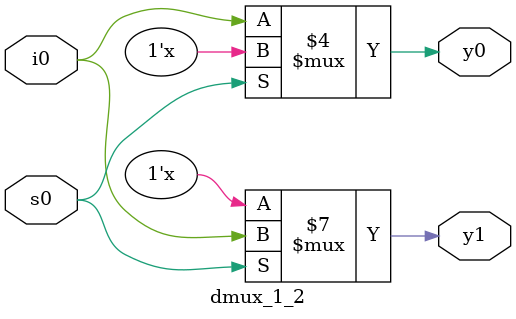
<source format=v>
module dmux_1_2(
	input i0,
	input s0,
	output reg y0,
	output reg y1
);
	always@(i0 or s0) begin
		if(s0==0)
			y0=i0;
		else begin
			y1=i0;
		end
	end
endmodule

</source>
